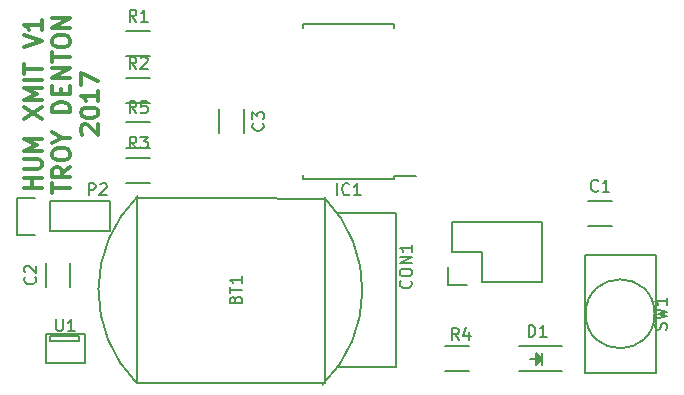
<source format=gbr>
G04 #@! TF.FileFunction,Legend,Top*
%FSLAX46Y46*%
G04 Gerber Fmt 4.6, Leading zero omitted, Abs format (unit mm)*
G04 Created by KiCad (PCBNEW 4.0.2+dfsg1-2~bpo8+1-stable) date Sat 25 Nov 2017 07:55:09 PM CST*
%MOMM*%
G01*
G04 APERTURE LIST*
%ADD10C,0.100000*%
%ADD11C,0.300000*%
%ADD12C,0.150000*%
G04 APERTURE END LIST*
D10*
D11*
X208028571Y-147321428D02*
X206528571Y-147321428D01*
X207242857Y-147321428D02*
X207242857Y-146464285D01*
X208028571Y-146464285D02*
X206528571Y-146464285D01*
X206528571Y-145749999D02*
X207742857Y-145749999D01*
X207885714Y-145678571D01*
X207957143Y-145607142D01*
X208028571Y-145464285D01*
X208028571Y-145178571D01*
X207957143Y-145035713D01*
X207885714Y-144964285D01*
X207742857Y-144892856D01*
X206528571Y-144892856D01*
X208028571Y-144178570D02*
X206528571Y-144178570D01*
X207600000Y-143678570D01*
X206528571Y-143178570D01*
X208028571Y-143178570D01*
X206528571Y-141464284D02*
X208028571Y-140464284D01*
X206528571Y-140464284D02*
X208028571Y-141464284D01*
X208028571Y-139892856D02*
X206528571Y-139892856D01*
X207600000Y-139392856D01*
X206528571Y-138892856D01*
X208028571Y-138892856D01*
X208028571Y-138178570D02*
X206528571Y-138178570D01*
X206528571Y-137678570D02*
X206528571Y-136821427D01*
X208028571Y-137249998D02*
X206528571Y-137249998D01*
X206528571Y-135392856D02*
X208028571Y-134892856D01*
X206528571Y-134392856D01*
X208028571Y-133107142D02*
X208028571Y-133964285D01*
X208028571Y-133535713D02*
X206528571Y-133535713D01*
X206742857Y-133678570D01*
X206885714Y-133821428D01*
X206957143Y-133964285D01*
X208928571Y-147785715D02*
X208928571Y-146928572D01*
X210428571Y-147357143D02*
X208928571Y-147357143D01*
X210428571Y-145571429D02*
X209714286Y-146071429D01*
X210428571Y-146428572D02*
X208928571Y-146428572D01*
X208928571Y-145857144D01*
X209000000Y-145714286D01*
X209071429Y-145642858D01*
X209214286Y-145571429D01*
X209428571Y-145571429D01*
X209571429Y-145642858D01*
X209642857Y-145714286D01*
X209714286Y-145857144D01*
X209714286Y-146428572D01*
X208928571Y-144642858D02*
X208928571Y-144357144D01*
X209000000Y-144214286D01*
X209142857Y-144071429D01*
X209428571Y-144000001D01*
X209928571Y-144000001D01*
X210214286Y-144071429D01*
X210357143Y-144214286D01*
X210428571Y-144357144D01*
X210428571Y-144642858D01*
X210357143Y-144785715D01*
X210214286Y-144928572D01*
X209928571Y-145000001D01*
X209428571Y-145000001D01*
X209142857Y-144928572D01*
X209000000Y-144785715D01*
X208928571Y-144642858D01*
X209714286Y-143071429D02*
X210428571Y-143071429D01*
X208928571Y-143571429D02*
X209714286Y-143071429D01*
X208928571Y-142571429D01*
X210428571Y-140928572D02*
X208928571Y-140928572D01*
X208928571Y-140571429D01*
X209000000Y-140357144D01*
X209142857Y-140214286D01*
X209285714Y-140142858D01*
X209571429Y-140071429D01*
X209785714Y-140071429D01*
X210071429Y-140142858D01*
X210214286Y-140214286D01*
X210357143Y-140357144D01*
X210428571Y-140571429D01*
X210428571Y-140928572D01*
X209642857Y-139428572D02*
X209642857Y-138928572D01*
X210428571Y-138714286D02*
X210428571Y-139428572D01*
X208928571Y-139428572D01*
X208928571Y-138714286D01*
X210428571Y-138071429D02*
X208928571Y-138071429D01*
X210428571Y-137214286D01*
X208928571Y-137214286D01*
X208928571Y-136714286D02*
X208928571Y-135857143D01*
X210428571Y-136285714D02*
X208928571Y-136285714D01*
X208928571Y-135071429D02*
X208928571Y-134785715D01*
X209000000Y-134642857D01*
X209142857Y-134500000D01*
X209428571Y-134428572D01*
X209928571Y-134428572D01*
X210214286Y-134500000D01*
X210357143Y-134642857D01*
X210428571Y-134785715D01*
X210428571Y-135071429D01*
X210357143Y-135214286D01*
X210214286Y-135357143D01*
X209928571Y-135428572D01*
X209428571Y-135428572D01*
X209142857Y-135357143D01*
X209000000Y-135214286D01*
X208928571Y-135071429D01*
X210428571Y-133785714D02*
X208928571Y-133785714D01*
X210428571Y-132928571D01*
X208928571Y-132928571D01*
X211471429Y-142821428D02*
X211400000Y-142749999D01*
X211328571Y-142607142D01*
X211328571Y-142249999D01*
X211400000Y-142107142D01*
X211471429Y-142035713D01*
X211614286Y-141964285D01*
X211757143Y-141964285D01*
X211971429Y-142035713D01*
X212828571Y-142892856D01*
X212828571Y-141964285D01*
X211328571Y-141035714D02*
X211328571Y-140892857D01*
X211400000Y-140750000D01*
X211471429Y-140678571D01*
X211614286Y-140607142D01*
X211900000Y-140535714D01*
X212257143Y-140535714D01*
X212542857Y-140607142D01*
X212685714Y-140678571D01*
X212757143Y-140750000D01*
X212828571Y-140892857D01*
X212828571Y-141035714D01*
X212757143Y-141178571D01*
X212685714Y-141250000D01*
X212542857Y-141321428D01*
X212257143Y-141392857D01*
X211900000Y-141392857D01*
X211614286Y-141321428D01*
X211471429Y-141250000D01*
X211400000Y-141178571D01*
X211328571Y-141035714D01*
X212828571Y-139107143D02*
X212828571Y-139964286D01*
X212828571Y-139535714D02*
X211328571Y-139535714D01*
X211542857Y-139678571D01*
X211685714Y-139821429D01*
X211757143Y-139964286D01*
X211328571Y-138607143D02*
X211328571Y-137607143D01*
X212828571Y-138250000D01*
D12*
X238000000Y-156000000D02*
X238000000Y-162500000D01*
X238000000Y-162500000D02*
X233000000Y-162500000D01*
X238000000Y-156000000D02*
X238000000Y-149500000D01*
X238000000Y-149500000D02*
X233000000Y-149500000D01*
X231800000Y-164000000D02*
G75*
G03X232000000Y-148200000I-7800000J8000000D01*
G01*
X216150000Y-148050000D02*
G75*
G03X216050000Y-163850000I7850000J-7950000D01*
G01*
X224000000Y-148200000D02*
X232000000Y-148250000D01*
X232000000Y-148250000D02*
X232000000Y-163850000D01*
X224000000Y-148200000D02*
X216100000Y-148200000D01*
X216100000Y-148200000D02*
X216100000Y-163850000D01*
X216100000Y-163850000D02*
X231900000Y-163850000D01*
X245270000Y-155270000D02*
X250350000Y-155270000D01*
X242450000Y-155550000D02*
X242450000Y-154000000D01*
X242730000Y-152730000D02*
X245270000Y-152730000D01*
X245270000Y-152730000D02*
X245270000Y-155270000D01*
X250350000Y-155270000D02*
X250350000Y-150190000D01*
X250350000Y-150190000D02*
X245270000Y-150190000D01*
X242450000Y-155550000D02*
X244000000Y-155550000D01*
X242730000Y-150190000D02*
X242730000Y-152730000D01*
X245270000Y-150190000D02*
X242730000Y-150190000D01*
X252050000Y-160750000D02*
X248450000Y-160750000D01*
X252050000Y-162850000D02*
X248450000Y-162850000D01*
X250000000Y-162100000D02*
X250000000Y-161500000D01*
X250000000Y-161500000D02*
X250300000Y-161800000D01*
X250300000Y-161800000D02*
X250100000Y-162000000D01*
X250100000Y-162000000D02*
X250100000Y-161750000D01*
X250100000Y-161750000D02*
X250150000Y-161800000D01*
X250400000Y-162300000D02*
X250400000Y-161300000D01*
X249900000Y-161800000D02*
X249400000Y-161800000D01*
X250400000Y-161800000D02*
X249900000Y-162300000D01*
X249900000Y-162300000D02*
X249900000Y-161300000D01*
X249900000Y-161300000D02*
X250400000Y-161800000D01*
X237875000Y-146575000D02*
X237875000Y-146325000D01*
X230125000Y-146575000D02*
X230125000Y-146240000D01*
X230125000Y-133425000D02*
X230125000Y-133760000D01*
X237875000Y-133425000D02*
X237875000Y-133760000D01*
X237875000Y-146575000D02*
X230125000Y-146575000D01*
X237875000Y-133425000D02*
X230125000Y-133425000D01*
X237875000Y-146325000D02*
X239675000Y-146325000D01*
X259915476Y-158000000D02*
G75*
G03X259915476Y-158000000I-2915476J0D01*
G01*
X260000000Y-153000000D02*
X260000000Y-163000000D01*
X260000000Y-163000000D02*
X254000000Y-163000000D01*
X254000000Y-163000000D02*
X254000000Y-153000000D01*
X254000000Y-153000000D02*
X260000000Y-153000000D01*
X217200000Y-136175000D02*
X215200000Y-136175000D01*
X215200000Y-134025000D02*
X217200000Y-134025000D01*
X217200000Y-140175000D02*
X215200000Y-140175000D01*
X215200000Y-138025000D02*
X217200000Y-138025000D01*
X217200000Y-143925000D02*
X215200000Y-143925000D01*
X215200000Y-141775000D02*
X217200000Y-141775000D01*
X217200000Y-146925000D02*
X215200000Y-146925000D01*
X215200000Y-144775000D02*
X217200000Y-144775000D01*
X242200000Y-160725000D02*
X244200000Y-160725000D01*
X244200000Y-162875000D02*
X242200000Y-162875000D01*
X225125000Y-142700000D02*
X225125000Y-140700000D01*
X223075000Y-140700000D02*
X223075000Y-142700000D01*
X208375000Y-153700000D02*
X208375000Y-155700000D01*
X210425000Y-155700000D02*
X210425000Y-153700000D01*
X256300000Y-148475000D02*
X254300000Y-148475000D01*
X254300000Y-150525000D02*
X256300000Y-150525000D01*
X211700000Y-162200000D02*
X208400000Y-162200000D01*
X208400000Y-162200000D02*
X208400000Y-159700000D01*
X208400000Y-159700000D02*
X211700000Y-159700000D01*
X211700000Y-159700000D02*
X211700000Y-162200000D01*
X211200000Y-160300000D02*
X208700000Y-160300000D01*
X208700000Y-160300000D02*
X208700000Y-159900000D01*
X208700000Y-159900000D02*
X211200000Y-159900000D01*
X211200000Y-159900000D02*
X211200000Y-160300000D01*
X207500000Y-148200000D02*
X205950000Y-148200000D01*
X205950000Y-148200000D02*
X205950000Y-151300000D01*
X205950000Y-151300000D02*
X207500000Y-151300000D01*
X208770000Y-148480000D02*
X213850000Y-148480000D01*
X213850000Y-148480000D02*
X213850000Y-151020000D01*
X213850000Y-151020000D02*
X208770000Y-151020000D01*
X208770000Y-151020000D02*
X208770000Y-148480000D01*
X224428571Y-156785714D02*
X224476190Y-156642857D01*
X224523810Y-156595238D01*
X224619048Y-156547619D01*
X224761905Y-156547619D01*
X224857143Y-156595238D01*
X224904762Y-156642857D01*
X224952381Y-156738095D01*
X224952381Y-157119048D01*
X223952381Y-157119048D01*
X223952381Y-156785714D01*
X224000000Y-156690476D01*
X224047619Y-156642857D01*
X224142857Y-156595238D01*
X224238095Y-156595238D01*
X224333333Y-156642857D01*
X224380952Y-156690476D01*
X224428571Y-156785714D01*
X224428571Y-157119048D01*
X223952381Y-156261905D02*
X223952381Y-155690476D01*
X224952381Y-155976191D02*
X223952381Y-155976191D01*
X224952381Y-154833333D02*
X224952381Y-155404762D01*
X224952381Y-155119048D02*
X223952381Y-155119048D01*
X224095238Y-155214286D01*
X224190476Y-155309524D01*
X224238095Y-155404762D01*
X239257143Y-155214285D02*
X239304762Y-155261904D01*
X239352381Y-155404761D01*
X239352381Y-155499999D01*
X239304762Y-155642857D01*
X239209524Y-155738095D01*
X239114286Y-155785714D01*
X238923810Y-155833333D01*
X238780952Y-155833333D01*
X238590476Y-155785714D01*
X238495238Y-155738095D01*
X238400000Y-155642857D01*
X238352381Y-155499999D01*
X238352381Y-155404761D01*
X238400000Y-155261904D01*
X238447619Y-155214285D01*
X238352381Y-154595238D02*
X238352381Y-154404761D01*
X238400000Y-154309523D01*
X238495238Y-154214285D01*
X238685714Y-154166666D01*
X239019048Y-154166666D01*
X239209524Y-154214285D01*
X239304762Y-154309523D01*
X239352381Y-154404761D01*
X239352381Y-154595238D01*
X239304762Y-154690476D01*
X239209524Y-154785714D01*
X239019048Y-154833333D01*
X238685714Y-154833333D01*
X238495238Y-154785714D01*
X238400000Y-154690476D01*
X238352381Y-154595238D01*
X239352381Y-153738095D02*
X238352381Y-153738095D01*
X239352381Y-153166666D01*
X238352381Y-153166666D01*
X239352381Y-152166666D02*
X239352381Y-152738095D01*
X239352381Y-152452381D02*
X238352381Y-152452381D01*
X238495238Y-152547619D01*
X238590476Y-152642857D01*
X238638095Y-152738095D01*
X249261905Y-159952381D02*
X249261905Y-158952381D01*
X249500000Y-158952381D01*
X249642858Y-159000000D01*
X249738096Y-159095238D01*
X249785715Y-159190476D01*
X249833334Y-159380952D01*
X249833334Y-159523810D01*
X249785715Y-159714286D01*
X249738096Y-159809524D01*
X249642858Y-159904762D01*
X249500000Y-159952381D01*
X249261905Y-159952381D01*
X250785715Y-159952381D02*
X250214286Y-159952381D01*
X250500000Y-159952381D02*
X250500000Y-158952381D01*
X250404762Y-159095238D01*
X250309524Y-159190476D01*
X250214286Y-159238095D01*
X233023810Y-147952381D02*
X233023810Y-146952381D01*
X234071429Y-147857143D02*
X234023810Y-147904762D01*
X233880953Y-147952381D01*
X233785715Y-147952381D01*
X233642857Y-147904762D01*
X233547619Y-147809524D01*
X233500000Y-147714286D01*
X233452381Y-147523810D01*
X233452381Y-147380952D01*
X233500000Y-147190476D01*
X233547619Y-147095238D01*
X233642857Y-147000000D01*
X233785715Y-146952381D01*
X233880953Y-146952381D01*
X234023810Y-147000000D01*
X234071429Y-147047619D01*
X235023810Y-147952381D02*
X234452381Y-147952381D01*
X234738095Y-147952381D02*
X234738095Y-146952381D01*
X234642857Y-147095238D01*
X234547619Y-147190476D01*
X234452381Y-147238095D01*
X260904762Y-159333333D02*
X260952381Y-159190476D01*
X260952381Y-158952380D01*
X260904762Y-158857142D01*
X260857143Y-158809523D01*
X260761905Y-158761904D01*
X260666667Y-158761904D01*
X260571429Y-158809523D01*
X260523810Y-158857142D01*
X260476190Y-158952380D01*
X260428571Y-159142857D01*
X260380952Y-159238095D01*
X260333333Y-159285714D01*
X260238095Y-159333333D01*
X260142857Y-159333333D01*
X260047619Y-159285714D01*
X260000000Y-159238095D01*
X259952381Y-159142857D01*
X259952381Y-158904761D01*
X260000000Y-158761904D01*
X259952381Y-158428571D02*
X260952381Y-158190476D01*
X260238095Y-157999999D01*
X260952381Y-157809523D01*
X259952381Y-157571428D01*
X260952381Y-156666666D02*
X260952381Y-157238095D01*
X260952381Y-156952381D02*
X259952381Y-156952381D01*
X260095238Y-157047619D01*
X260190476Y-157142857D01*
X260238095Y-157238095D01*
X216033334Y-133252381D02*
X215700000Y-132776190D01*
X215461905Y-133252381D02*
X215461905Y-132252381D01*
X215842858Y-132252381D01*
X215938096Y-132300000D01*
X215985715Y-132347619D01*
X216033334Y-132442857D01*
X216033334Y-132585714D01*
X215985715Y-132680952D01*
X215938096Y-132728571D01*
X215842858Y-132776190D01*
X215461905Y-132776190D01*
X216985715Y-133252381D02*
X216414286Y-133252381D01*
X216700000Y-133252381D02*
X216700000Y-132252381D01*
X216604762Y-132395238D01*
X216509524Y-132490476D01*
X216414286Y-132538095D01*
X216033334Y-137252381D02*
X215700000Y-136776190D01*
X215461905Y-137252381D02*
X215461905Y-136252381D01*
X215842858Y-136252381D01*
X215938096Y-136300000D01*
X215985715Y-136347619D01*
X216033334Y-136442857D01*
X216033334Y-136585714D01*
X215985715Y-136680952D01*
X215938096Y-136728571D01*
X215842858Y-136776190D01*
X215461905Y-136776190D01*
X216414286Y-136347619D02*
X216461905Y-136300000D01*
X216557143Y-136252381D01*
X216795239Y-136252381D01*
X216890477Y-136300000D01*
X216938096Y-136347619D01*
X216985715Y-136442857D01*
X216985715Y-136538095D01*
X216938096Y-136680952D01*
X216366667Y-137252381D01*
X216985715Y-137252381D01*
X216033334Y-141002381D02*
X215700000Y-140526190D01*
X215461905Y-141002381D02*
X215461905Y-140002381D01*
X215842858Y-140002381D01*
X215938096Y-140050000D01*
X215985715Y-140097619D01*
X216033334Y-140192857D01*
X216033334Y-140335714D01*
X215985715Y-140430952D01*
X215938096Y-140478571D01*
X215842858Y-140526190D01*
X215461905Y-140526190D01*
X216938096Y-140002381D02*
X216461905Y-140002381D01*
X216414286Y-140478571D01*
X216461905Y-140430952D01*
X216557143Y-140383333D01*
X216795239Y-140383333D01*
X216890477Y-140430952D01*
X216938096Y-140478571D01*
X216985715Y-140573810D01*
X216985715Y-140811905D01*
X216938096Y-140907143D01*
X216890477Y-140954762D01*
X216795239Y-141002381D01*
X216557143Y-141002381D01*
X216461905Y-140954762D01*
X216414286Y-140907143D01*
X216033334Y-144002381D02*
X215700000Y-143526190D01*
X215461905Y-144002381D02*
X215461905Y-143002381D01*
X215842858Y-143002381D01*
X215938096Y-143050000D01*
X215985715Y-143097619D01*
X216033334Y-143192857D01*
X216033334Y-143335714D01*
X215985715Y-143430952D01*
X215938096Y-143478571D01*
X215842858Y-143526190D01*
X215461905Y-143526190D01*
X216366667Y-143002381D02*
X216985715Y-143002381D01*
X216652381Y-143383333D01*
X216795239Y-143383333D01*
X216890477Y-143430952D01*
X216938096Y-143478571D01*
X216985715Y-143573810D01*
X216985715Y-143811905D01*
X216938096Y-143907143D01*
X216890477Y-143954762D01*
X216795239Y-144002381D01*
X216509524Y-144002381D01*
X216414286Y-143954762D01*
X216366667Y-143907143D01*
X243333334Y-160202381D02*
X243000000Y-159726190D01*
X242761905Y-160202381D02*
X242761905Y-159202381D01*
X243142858Y-159202381D01*
X243238096Y-159250000D01*
X243285715Y-159297619D01*
X243333334Y-159392857D01*
X243333334Y-159535714D01*
X243285715Y-159630952D01*
X243238096Y-159678571D01*
X243142858Y-159726190D01*
X242761905Y-159726190D01*
X244190477Y-159535714D02*
X244190477Y-160202381D01*
X243952381Y-159154762D02*
X243714286Y-159869048D01*
X244333334Y-159869048D01*
X226757143Y-141866666D02*
X226804762Y-141914285D01*
X226852381Y-142057142D01*
X226852381Y-142152380D01*
X226804762Y-142295238D01*
X226709524Y-142390476D01*
X226614286Y-142438095D01*
X226423810Y-142485714D01*
X226280952Y-142485714D01*
X226090476Y-142438095D01*
X225995238Y-142390476D01*
X225900000Y-142295238D01*
X225852381Y-142152380D01*
X225852381Y-142057142D01*
X225900000Y-141914285D01*
X225947619Y-141866666D01*
X225852381Y-141533333D02*
X225852381Y-140914285D01*
X226233333Y-141247619D01*
X226233333Y-141104761D01*
X226280952Y-141009523D01*
X226328571Y-140961904D01*
X226423810Y-140914285D01*
X226661905Y-140914285D01*
X226757143Y-140961904D01*
X226804762Y-141009523D01*
X226852381Y-141104761D01*
X226852381Y-141390476D01*
X226804762Y-141485714D01*
X226757143Y-141533333D01*
X207457143Y-154866666D02*
X207504762Y-154914285D01*
X207552381Y-155057142D01*
X207552381Y-155152380D01*
X207504762Y-155295238D01*
X207409524Y-155390476D01*
X207314286Y-155438095D01*
X207123810Y-155485714D01*
X206980952Y-155485714D01*
X206790476Y-155438095D01*
X206695238Y-155390476D01*
X206600000Y-155295238D01*
X206552381Y-155152380D01*
X206552381Y-155057142D01*
X206600000Y-154914285D01*
X206647619Y-154866666D01*
X206647619Y-154485714D02*
X206600000Y-154438095D01*
X206552381Y-154342857D01*
X206552381Y-154104761D01*
X206600000Y-154009523D01*
X206647619Y-153961904D01*
X206742857Y-153914285D01*
X206838095Y-153914285D01*
X206980952Y-153961904D01*
X207552381Y-154533333D01*
X207552381Y-153914285D01*
X255133334Y-147557143D02*
X255085715Y-147604762D01*
X254942858Y-147652381D01*
X254847620Y-147652381D01*
X254704762Y-147604762D01*
X254609524Y-147509524D01*
X254561905Y-147414286D01*
X254514286Y-147223810D01*
X254514286Y-147080952D01*
X254561905Y-146890476D01*
X254609524Y-146795238D01*
X254704762Y-146700000D01*
X254847620Y-146652381D01*
X254942858Y-146652381D01*
X255085715Y-146700000D01*
X255133334Y-146747619D01*
X256085715Y-147652381D02*
X255514286Y-147652381D01*
X255800000Y-147652381D02*
X255800000Y-146652381D01*
X255704762Y-146795238D01*
X255609524Y-146890476D01*
X255514286Y-146938095D01*
X209238095Y-158452381D02*
X209238095Y-159261905D01*
X209285714Y-159357143D01*
X209333333Y-159404762D01*
X209428571Y-159452381D01*
X209619048Y-159452381D01*
X209714286Y-159404762D01*
X209761905Y-159357143D01*
X209809524Y-159261905D01*
X209809524Y-158452381D01*
X210809524Y-159452381D02*
X210238095Y-159452381D01*
X210523809Y-159452381D02*
X210523809Y-158452381D01*
X210428571Y-158595238D01*
X210333333Y-158690476D01*
X210238095Y-158738095D01*
X212011905Y-147952381D02*
X212011905Y-146952381D01*
X212392858Y-146952381D01*
X212488096Y-147000000D01*
X212535715Y-147047619D01*
X212583334Y-147142857D01*
X212583334Y-147285714D01*
X212535715Y-147380952D01*
X212488096Y-147428571D01*
X212392858Y-147476190D01*
X212011905Y-147476190D01*
X212964286Y-147047619D02*
X213011905Y-147000000D01*
X213107143Y-146952381D01*
X213345239Y-146952381D01*
X213440477Y-147000000D01*
X213488096Y-147047619D01*
X213535715Y-147142857D01*
X213535715Y-147238095D01*
X213488096Y-147380952D01*
X212916667Y-147952381D01*
X213535715Y-147952381D01*
M02*

</source>
